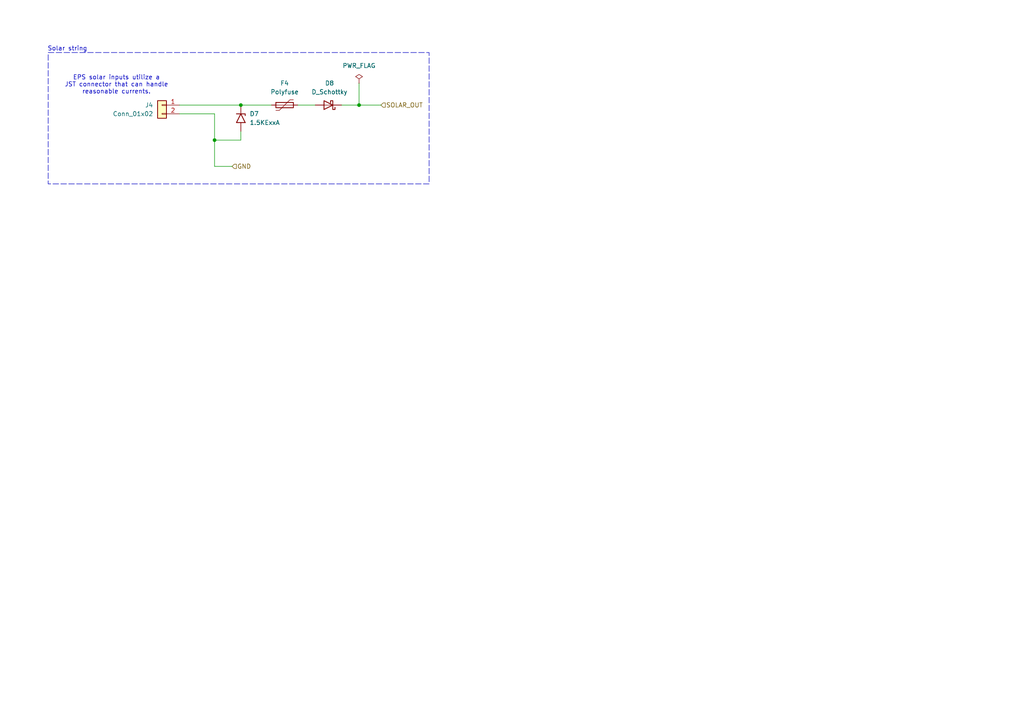
<source format=kicad_sch>
(kicad_sch (version 20250114) (generator "eeschema") (generator_version "9.0")
  (paper "A4")
  (title_block (title "SCRT Cubesat EPS") (date "2025-08-22") (rev "1") (company "OSU"))
  (lib_symbols
    (symbol "Connector_Generic:Conn_01x02" (pin_names (offset 1.016) (hide yes))
      (property "Reference" "J" (at 0 2.54 0))
      (property "Value" "Conn_01x02" (at 0 -5.08 0))
      (symbol "Conn_01x02_1_1"
        (rectangle (start -1.27 1.27) (end 1.27 -3.81) (stroke (width 0.254)) (fill (type background)))
        (rectangle (start -1.27 0.127) (end 0 -0.127) (stroke (width 0.1524)))
        (rectangle (start -1.27 -2.413) (end 0 -2.667) (stroke (width 0.1524)))
        (pin passive line (at -5.08 0 0) (length 3.81) (name "Pin_1") (number "1"))
        (pin passive line (at -5.08 -2.54 0) (length 3.81) (name "Pin_2") (number "2"))
      )
    )
    (symbol "Device:D_Schottky" (pin_numbers (hide yes)) (pin_names (offset 1.016) (hide yes))
      (property "Reference" "D" (at 0 2.54 0))
      (property "Value" "D_Schottky" (at 0 -2.54 0))
      (symbol "D_Schottky_0_1"
        (polyline (pts (xy -1.905 0.635) (xy -1.905 1.27) (xy -1.27 1.27) (xy -1.27 -1.27) (xy -0.635 -1.27) (xy -0.635 -0.635)) (stroke (width 0.254)))
        (polyline (pts (xy 1.27 1.27) (xy 1.27 -1.27) (xy -1.27 0) (xy 1.27 1.27)) (stroke (width 0.254)))
        (polyline (pts (xy 1.27 0) (xy -1.27 0)))
      )
      (symbol "D_Schottky_1_1"
        (pin passive line (at -3.81 0 0) (length 2.54) (name "K") (number "1"))
        (pin passive line (at 3.81 0 180) (length 2.54) (name "A") (number "2"))
      )
    )
    (symbol "Device:Polyfuse" (pin_numbers (hide yes)) (pin_names (offset 0))
      (property "Reference" "F" (at -2.54 0 90))
      (property "Value" "Polyfuse" (at 2.54 0 90))
      (symbol "Polyfuse_0_1"
        (polyline (pts (xy -1.524 2.54) (xy -1.524 1.524) (xy 1.524 -1.524) (xy 1.524 -2.54)))
        (rectangle (start -0.762 2.54) (end 0.762 -2.54) (stroke (width 0.254)))
        (polyline (pts (xy 0 2.54) (xy 0 -2.54)))
      )
      (symbol "Polyfuse_1_1"
        (pin passive line (at 0 3.81 270) (length 1.27) (name "~") (number "1"))
        (pin passive line (at 0 -3.81 90) (length 1.27) (name "~") (number "2"))
      )
    )
    (symbol "Diode:1.5KExxA" (pin_numbers (hide yes)) (pin_names (offset 1.016) (hide yes))
      (property "Reference" "D" (at 0 2.54 0))
      (property "Value" "1.5KExxA" (at 0 -2.54 0))
      (symbol "1.5KExxA_0_1"
        (polyline (pts (xy -0.762 1.27) (xy -1.27 1.27) (xy -1.27 -1.27)) (stroke (width 0.254)))
        (polyline (pts (xy 1.27 1.27) (xy 1.27 -1.27) (xy -1.27 0) (xy 1.27 1.27)) (stroke (width 0.254)))
      )
      (symbol "1.5KExxA_1_1"
        (pin passive line (at -3.81 0 0) (length 2.54) (name "A1") (number "1"))
        (pin passive line (at 3.81 0 180) (length 2.54) (name "A2") (number "2"))
      )
    )
    (symbol "power:PWR_FLAG" (power) (pin_numbers (hide yes)) (pin_names (offset 0) (hide yes))
      (property "Value" "PWR_FLAG" (at 0 3.81 0))
      (symbol "PWR_FLAG_0_0"
        (pin power_out line (at 0 0 90) (length 0) (name "~") (number "1"))
      )
      (symbol "PWR_FLAG_0_1"
        (polyline (pts (xy 0 0) (xy 0 1.27) (xy -1.016 1.905) (xy 0 2.54) (xy 1.016 1.905) (xy 0 1.27)))
      )
    )
  )
  (rectangle (start 13.97 15.24) (end 124.46 53.34) (stroke (width 0) (type dash)))
  (text "EPS solar inputs utilize a\nJST connector that can handle\nreasonable currents." (at 33.782 24.638 0) (effects (font (size 1.27 1.27))))
  (text "Solar string" (at 19.558 14.224 0) (effects (font (size 1.27 1.27))))
  (junction (at 62.23 40.64))
  (junction (at 69.85 30.48))
  (junction (at 104.14 30.48))
  (wire (pts (xy 69.85 30.48) (xy 78.74 30.48)))
  (wire (pts (xy 104.14 24.13) (xy 104.14 30.48)))
  (wire (pts (xy 69.85 38.1) (xy 69.85 40.64)))
  (wire (pts (xy 62.23 40.64) (xy 62.23 48.26)))
  (wire (pts (xy 99.06 30.48) (xy 104.14 30.48)))
  (wire (pts (xy 62.23 48.26) (xy 67.31 48.26)))
  (wire (pts (xy 104.14 30.48) (xy 110.49 30.48)))
  (wire (pts (xy 62.23 33.02) (xy 62.23 40.64)))
  (wire (pts (xy 86.36 30.48) (xy 91.44 30.48)))
  (wire (pts (xy 69.85 40.64) (xy 62.23 40.64)))
  (wire (pts (xy 52.07 30.48) (xy 69.85 30.48)))
  (wire (pts (xy 52.07 33.02) (xy 62.23 33.02)))
  (hierarchical_label "GND" (shape input) (at 67.31 48.26 0))
  (hierarchical_label "SOLAR_OUT" (shape input) (at 110.49 30.48 0))
  (symbol (lib_id "power:PWR_FLAG") (at 104.14 24.13 0) (unit 1)
    (property "Reference" "#FLG?" (effects (hide yes)))
    (property "Value" "PWR_FLAG" (at 104.14 19.05 0))
    (property "Description" "Special symbol for telling ERC where power comes from" (effects (hide yes)))
    (instances (project "eps" (path "" (reference "#FLG04") (unit 1)) (path "" (reference "#FLG02") (unit 1)) (path "" (reference "#FLG06") (unit 1)) (path "" (reference "#FLG05") (unit 1)) (path "" (reference "#FLG?") (unit 1)) (path "" (reference "#FLG03") (unit 1))))
  )
  (symbol (lib_id "Device:Polyfuse") (at 82.55 30.48 90) (unit 1)
    (property "Reference" "F?" (at 82.55 24.13 90))
    (property "Value" "Polyfuse" (at 82.55 26.67 90))
    (property "Description" "Resettable fuse, polymeric positive temperature coefficient" (effects (hide yes)))
    (instances (project "eps" (path "" (reference "F4") (unit 1)) (path "" (reference "F2") (unit 1)) (path "" (reference "F6") (unit 1)) (path "" (reference "F5") (unit 1)) (path "" (reference "F?") (unit 1)) (path "" (reference "F3") (unit 1))))
  )
  (symbol (lib_id "Device:D_Schottky") (at 95.25 30.48 180) (unit 1)
    (property "Reference" "D1" (at 95.5675 24.13 0))
    (property "Value" "D_Schottky" (at 95.5675 26.67 0))
    (property "Description" "Schottky diode" (effects (hide yes)))
    (instances (project "eps" (path "" (reference "D8") (unit 1)) (path "" (reference "D4") (unit 1)) (path "" (reference "D12") (unit 1)) (path "" (reference "D10") (unit 1)) (path "" (reference "D1") (unit 1)) (path "" (reference "D6") (unit 1))))
  )
  (symbol (lib_id "Connector_Generic:Conn_01x02") (at 46.99 30.48 0) (mirror y) (unit 1)
    (property "Reference" "J?" (at 44.45 30.4799 0) (effects (justify left)))
    (property "Value" "Conn_01x02" (at 44.45 33.0199 0) (effects (justify left)))
    (property "Description" "Generic connector, single row, 01x02, script generated (kicad-library-utils/schlib/autogen/connector/)" (effects (hide yes)))
    (instances (project "eps" (path "" (reference "J4") (unit 1)) (path "" (reference "J2") (unit 1)) (path "" (reference "J6") (unit 1)) (path "" (reference "J5") (unit 1)) (path "" (reference "J?") (unit 1)) (path "" (reference "J3") (unit 1))))
  )
  (symbol (lib_id "Diode:1.5KExxA") (at 69.85 34.29 270) (unit 1)
    (property "Reference" "D?" (at 72.39 33.0199 90) (effects (justify left)))
    (property "Value" "1.5KExxA" (at 72.39 35.5599 90) (effects (justify left)))
    (property "Footprint" "Diode_THT:D_DO-201AE_P15.24mm_Horizontal" (effects (hide yes)))
    (property "Datasheet" "https://www.vishay.com/docs/88301/15ke.pdf" (effects (hide yes)))
    (property "Description" "1500W unidirectional TVS diode, DO-201AE" (effects (hide yes)))
    (instances (project "eps" (path "" (reference "D7") (unit 1)) (path "" (reference "D3") (unit 1)) (path "" (reference "D11") (unit 1)) (path "" (reference "D9") (unit 1)) (path "" (reference "D?") (unit 1)) (path "" (reference "D5") (unit 1))))
  )
)
</source>
